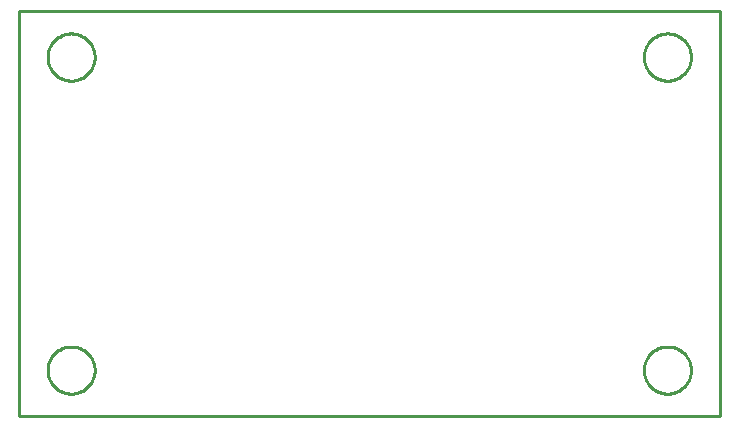
<source format=gbr>
G04 EAGLE Gerber RS-274X export*
G75*
%MOMM*%
%FSLAX34Y34*%
%LPD*%
%IN*%
%IPPOS*%
%AMOC8*
5,1,8,0,0,1.08239X$1,22.5*%
G01*
%ADD10C,0.254000*%


D10*
X0Y0D02*
X593600Y0D01*
X593600Y342800D01*
X0Y342800D01*
X0Y0D01*
X568833Y303563D02*
X568760Y302360D01*
X568615Y301164D01*
X568398Y299978D01*
X568109Y298808D01*
X567751Y297658D01*
X567324Y296531D01*
X566829Y295432D01*
X566269Y294365D01*
X565646Y293334D01*
X564961Y292343D01*
X564218Y291394D01*
X563419Y290492D01*
X562567Y289640D01*
X561665Y288841D01*
X560717Y288098D01*
X559725Y287413D01*
X558694Y286790D01*
X557627Y286230D01*
X556528Y285735D01*
X555401Y285308D01*
X554251Y284950D01*
X553081Y284661D01*
X551895Y284444D01*
X550699Y284299D01*
X549497Y284226D01*
X548292Y284226D01*
X547089Y284299D01*
X545893Y284444D01*
X544707Y284661D01*
X543537Y284950D01*
X542387Y285308D01*
X541260Y285735D01*
X540161Y286230D01*
X539094Y286790D01*
X538063Y287413D01*
X537072Y288098D01*
X536123Y288841D01*
X535221Y289640D01*
X534369Y290492D01*
X533570Y291394D01*
X532827Y292343D01*
X532142Y293334D01*
X531519Y294365D01*
X530959Y295432D01*
X530464Y296531D01*
X530037Y297658D01*
X529679Y298808D01*
X529390Y299978D01*
X529173Y301164D01*
X529028Y302360D01*
X528955Y303563D01*
X528955Y304768D01*
X529028Y305970D01*
X529173Y307166D01*
X529390Y308352D01*
X529679Y309522D01*
X530037Y310672D01*
X530464Y311799D01*
X530959Y312898D01*
X531519Y313965D01*
X532142Y314996D01*
X532827Y315988D01*
X533570Y316936D01*
X534369Y317838D01*
X535221Y318690D01*
X536123Y319489D01*
X537072Y320232D01*
X538063Y320917D01*
X539094Y321540D01*
X540161Y322100D01*
X541260Y322595D01*
X542387Y323022D01*
X543537Y323380D01*
X544707Y323669D01*
X545893Y323886D01*
X547089Y324031D01*
X548292Y324104D01*
X549497Y324104D01*
X550699Y324031D01*
X551895Y323886D01*
X553081Y323669D01*
X554251Y323380D01*
X555401Y323022D01*
X556528Y322595D01*
X557627Y322100D01*
X558694Y321540D01*
X559725Y320917D01*
X560717Y320232D01*
X561665Y319489D01*
X562567Y318690D01*
X563419Y317838D01*
X564218Y316936D01*
X564961Y315988D01*
X565646Y314996D01*
X566269Y313965D01*
X566829Y312898D01*
X567324Y311799D01*
X567751Y310672D01*
X568109Y309522D01*
X568398Y308352D01*
X568615Y307166D01*
X568760Y305970D01*
X568833Y304768D01*
X568833Y303563D01*
X568833Y38514D02*
X568760Y37311D01*
X568615Y36115D01*
X568398Y34929D01*
X568109Y33759D01*
X567751Y32609D01*
X567324Y31482D01*
X566829Y30383D01*
X566269Y29316D01*
X565646Y28285D01*
X564961Y27294D01*
X564218Y26345D01*
X563419Y25443D01*
X562567Y24591D01*
X561665Y23792D01*
X560717Y23049D01*
X559725Y22364D01*
X558694Y21741D01*
X557627Y21181D01*
X556528Y20686D01*
X555401Y20259D01*
X554251Y19901D01*
X553081Y19612D01*
X551895Y19395D01*
X550699Y19250D01*
X549497Y19177D01*
X548292Y19177D01*
X547089Y19250D01*
X545893Y19395D01*
X544707Y19612D01*
X543537Y19901D01*
X542387Y20259D01*
X541260Y20686D01*
X540161Y21181D01*
X539094Y21741D01*
X538063Y22364D01*
X537072Y23049D01*
X536123Y23792D01*
X535221Y24591D01*
X534369Y25443D01*
X533570Y26345D01*
X532827Y27294D01*
X532142Y28285D01*
X531519Y29316D01*
X530959Y30383D01*
X530464Y31482D01*
X530037Y32609D01*
X529679Y33759D01*
X529390Y34929D01*
X529173Y36115D01*
X529028Y37311D01*
X528955Y38514D01*
X528955Y39719D01*
X529028Y40921D01*
X529173Y42117D01*
X529390Y43303D01*
X529679Y44473D01*
X530037Y45623D01*
X530464Y46750D01*
X530959Y47849D01*
X531519Y48916D01*
X532142Y49947D01*
X532827Y50939D01*
X533570Y51887D01*
X534369Y52789D01*
X535221Y53641D01*
X536123Y54440D01*
X537072Y55183D01*
X538063Y55868D01*
X539094Y56491D01*
X540161Y57051D01*
X541260Y57546D01*
X542387Y57973D01*
X543537Y58331D01*
X544707Y58620D01*
X545893Y58837D01*
X547089Y58982D01*
X548292Y59055D01*
X549497Y59055D01*
X550699Y58982D01*
X551895Y58837D01*
X553081Y58620D01*
X554251Y58331D01*
X555401Y57973D01*
X556528Y57546D01*
X557627Y57051D01*
X558694Y56491D01*
X559725Y55868D01*
X560717Y55183D01*
X561665Y54440D01*
X562567Y53641D01*
X563419Y52789D01*
X564218Y51887D01*
X564961Y50939D01*
X565646Y49947D01*
X566269Y48916D01*
X566829Y47849D01*
X567324Y46750D01*
X567751Y45623D01*
X568109Y44473D01*
X568398Y43303D01*
X568615Y42117D01*
X568760Y40921D01*
X568833Y39719D01*
X568833Y38514D01*
X64008Y303563D02*
X63935Y302360D01*
X63790Y301164D01*
X63573Y299978D01*
X63284Y298808D01*
X62926Y297658D01*
X62499Y296531D01*
X62004Y295432D01*
X61444Y294365D01*
X60821Y293334D01*
X60136Y292343D01*
X59393Y291394D01*
X58594Y290492D01*
X57742Y289640D01*
X56840Y288841D01*
X55892Y288098D01*
X54900Y287413D01*
X53869Y286790D01*
X52802Y286230D01*
X51703Y285735D01*
X50576Y285308D01*
X49426Y284950D01*
X48256Y284661D01*
X47070Y284444D01*
X45874Y284299D01*
X44672Y284226D01*
X43467Y284226D01*
X42264Y284299D01*
X41068Y284444D01*
X39882Y284661D01*
X38712Y284950D01*
X37562Y285308D01*
X36435Y285735D01*
X35336Y286230D01*
X34269Y286790D01*
X33238Y287413D01*
X32247Y288098D01*
X31298Y288841D01*
X30396Y289640D01*
X29544Y290492D01*
X28745Y291394D01*
X28002Y292343D01*
X27317Y293334D01*
X26694Y294365D01*
X26134Y295432D01*
X25639Y296531D01*
X25212Y297658D01*
X24854Y298808D01*
X24565Y299978D01*
X24348Y301164D01*
X24203Y302360D01*
X24130Y303563D01*
X24130Y304768D01*
X24203Y305970D01*
X24348Y307166D01*
X24565Y308352D01*
X24854Y309522D01*
X25212Y310672D01*
X25639Y311799D01*
X26134Y312898D01*
X26694Y313965D01*
X27317Y314996D01*
X28002Y315988D01*
X28745Y316936D01*
X29544Y317838D01*
X30396Y318690D01*
X31298Y319489D01*
X32247Y320232D01*
X33238Y320917D01*
X34269Y321540D01*
X35336Y322100D01*
X36435Y322595D01*
X37562Y323022D01*
X38712Y323380D01*
X39882Y323669D01*
X41068Y323886D01*
X42264Y324031D01*
X43467Y324104D01*
X44672Y324104D01*
X45874Y324031D01*
X47070Y323886D01*
X48256Y323669D01*
X49426Y323380D01*
X50576Y323022D01*
X51703Y322595D01*
X52802Y322100D01*
X53869Y321540D01*
X54900Y320917D01*
X55892Y320232D01*
X56840Y319489D01*
X57742Y318690D01*
X58594Y317838D01*
X59393Y316936D01*
X60136Y315988D01*
X60821Y314996D01*
X61444Y313965D01*
X62004Y312898D01*
X62499Y311799D01*
X62926Y310672D01*
X63284Y309522D01*
X63573Y308352D01*
X63790Y307166D01*
X63935Y305970D01*
X64008Y304768D01*
X64008Y303563D01*
X64008Y38514D02*
X63935Y37311D01*
X63790Y36115D01*
X63573Y34929D01*
X63284Y33759D01*
X62926Y32609D01*
X62499Y31482D01*
X62004Y30383D01*
X61444Y29316D01*
X60821Y28285D01*
X60136Y27294D01*
X59393Y26345D01*
X58594Y25443D01*
X57742Y24591D01*
X56840Y23792D01*
X55892Y23049D01*
X54900Y22364D01*
X53869Y21741D01*
X52802Y21181D01*
X51703Y20686D01*
X50576Y20259D01*
X49426Y19901D01*
X48256Y19612D01*
X47070Y19395D01*
X45874Y19250D01*
X44672Y19177D01*
X43467Y19177D01*
X42264Y19250D01*
X41068Y19395D01*
X39882Y19612D01*
X38712Y19901D01*
X37562Y20259D01*
X36435Y20686D01*
X35336Y21181D01*
X34269Y21741D01*
X33238Y22364D01*
X32247Y23049D01*
X31298Y23792D01*
X30396Y24591D01*
X29544Y25443D01*
X28745Y26345D01*
X28002Y27294D01*
X27317Y28285D01*
X26694Y29316D01*
X26134Y30383D01*
X25639Y31482D01*
X25212Y32609D01*
X24854Y33759D01*
X24565Y34929D01*
X24348Y36115D01*
X24203Y37311D01*
X24130Y38514D01*
X24130Y39719D01*
X24203Y40921D01*
X24348Y42117D01*
X24565Y43303D01*
X24854Y44473D01*
X25212Y45623D01*
X25639Y46750D01*
X26134Y47849D01*
X26694Y48916D01*
X27317Y49947D01*
X28002Y50939D01*
X28745Y51887D01*
X29544Y52789D01*
X30396Y53641D01*
X31298Y54440D01*
X32247Y55183D01*
X33238Y55868D01*
X34269Y56491D01*
X35336Y57051D01*
X36435Y57546D01*
X37562Y57973D01*
X38712Y58331D01*
X39882Y58620D01*
X41068Y58837D01*
X42264Y58982D01*
X43467Y59055D01*
X44672Y59055D01*
X45874Y58982D01*
X47070Y58837D01*
X48256Y58620D01*
X49426Y58331D01*
X50576Y57973D01*
X51703Y57546D01*
X52802Y57051D01*
X53869Y56491D01*
X54900Y55868D01*
X55892Y55183D01*
X56840Y54440D01*
X57742Y53641D01*
X58594Y52789D01*
X59393Y51887D01*
X60136Y50939D01*
X60821Y49947D01*
X61444Y48916D01*
X62004Y47849D01*
X62499Y46750D01*
X62926Y45623D01*
X63284Y44473D01*
X63573Y43303D01*
X63790Y42117D01*
X63935Y40921D01*
X64008Y39719D01*
X64008Y38514D01*
M02*

</source>
